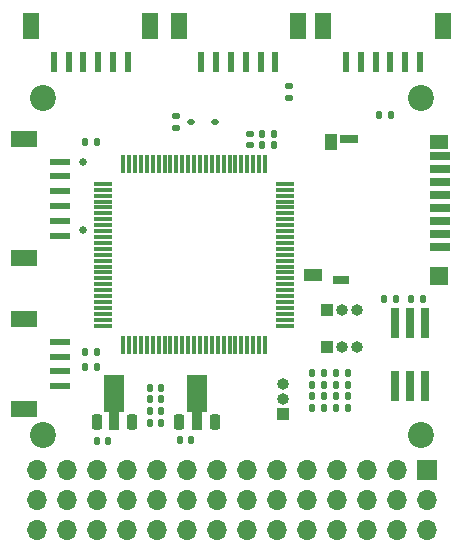
<source format=gbr>
%TF.GenerationSoftware,KiCad,Pcbnew,8.0.8-8.0.8-0~ubuntu24.04.1*%
%TF.CreationDate,2025-02-05T20:44:50+09:00*%
%TF.ProjectId,STM32-FC,53544d33-322d-4464-932e-6b696361645f,rev?*%
%TF.SameCoordinates,Original*%
%TF.FileFunction,Soldermask,Bot*%
%TF.FilePolarity,Negative*%
%FSLAX46Y46*%
G04 Gerber Fmt 4.6, Leading zero omitted, Abs format (unit mm)*
G04 Created by KiCad (PCBNEW 8.0.8-8.0.8-0~ubuntu24.04.1) date 2025-02-05 20:44:50*
%MOMM*%
%LPD*%
G01*
G04 APERTURE LIST*
G04 Aperture macros list*
%AMRoundRect*
0 Rectangle with rounded corners*
0 $1 Rounding radius*
0 $2 $3 $4 $5 $6 $7 $8 $9 X,Y pos of 4 corners*
0 Add a 4 corners polygon primitive as box body*
4,1,4,$2,$3,$4,$5,$6,$7,$8,$9,$2,$3,0*
0 Add four circle primitives for the rounded corners*
1,1,$1+$1,$2,$3*
1,1,$1+$1,$4,$5*
1,1,$1+$1,$6,$7*
1,1,$1+$1,$8,$9*
0 Add four rect primitives between the rounded corners*
20,1,$1+$1,$2,$3,$4,$5,0*
20,1,$1+$1,$4,$5,$6,$7,0*
20,1,$1+$1,$6,$7,$8,$9,0*
20,1,$1+$1,$8,$9,$2,$3,0*%
%AMFreePoly0*
4,1,9,3.862500,-0.866500,0.737500,-0.866500,0.737500,-0.450000,-0.737500,-0.450000,-0.737500,0.450000,0.737500,0.450000,0.737500,0.866500,3.862500,0.866500,3.862500,-0.866500,3.862500,-0.866500,$1*%
G04 Aperture macros list end*
%ADD10C,2.200000*%
%ADD11C,0.650000*%
%ADD12RoundRect,0.135000X-0.135000X-0.185000X0.135000X-0.185000X0.135000X0.185000X-0.135000X0.185000X0*%
%ADD13R,1.000000X1.000000*%
%ADD14O,1.000000X1.000000*%
%ADD15RoundRect,0.140000X-0.140000X-0.170000X0.140000X-0.170000X0.140000X0.170000X-0.140000X0.170000X0*%
%ADD16RoundRect,0.225000X0.225000X-0.425000X0.225000X0.425000X-0.225000X0.425000X-0.225000X-0.425000X0*%
%ADD17FreePoly0,90.000000*%
%ADD18R,1.700000X1.700000*%
%ADD19O,1.700000X1.700000*%
%ADD20RoundRect,0.147500X0.147500X0.172500X-0.147500X0.172500X-0.147500X-0.172500X0.147500X-0.172500X0*%
%ADD21RoundRect,0.135000X0.185000X-0.135000X0.185000X0.135000X-0.185000X0.135000X-0.185000X-0.135000X0*%
%ADD22RoundRect,0.140000X0.140000X0.170000X-0.140000X0.170000X-0.140000X-0.170000X0.140000X-0.170000X0*%
%ADD23R,1.400000X2.225000*%
%ADD24R,0.600000X1.800000*%
%ADD25R,1.750000X0.700000*%
%ADD26R,1.000000X1.450000*%
%ADD27R,1.550000X1.000000*%
%ADD28R,1.500000X0.800000*%
%ADD29R,1.500000X1.300000*%
%ADD30R,1.500000X1.500000*%
%ADD31R,1.400000X0.800000*%
%ADD32RoundRect,0.075000X0.725000X-0.075000X0.725000X0.075000X-0.725000X0.075000X-0.725000X-0.075000X0*%
%ADD33RoundRect,0.075000X0.075000X-0.725000X0.075000X0.725000X-0.075000X0.725000X-0.075000X-0.725000X0*%
%ADD34R,2.225000X1.400000*%
%ADD35R,1.800000X0.600000*%
%ADD36RoundRect,0.112500X0.187500X0.112500X-0.187500X0.112500X-0.187500X-0.112500X0.187500X-0.112500X0*%
%ADD37R,0.760000X2.650000*%
%ADD38RoundRect,0.135000X0.135000X0.185000X-0.135000X0.185000X-0.135000X-0.185000X0.135000X-0.185000X0*%
%ADD39RoundRect,0.140000X0.170000X-0.140000X0.170000X0.140000X-0.170000X0.140000X-0.170000X-0.140000X0*%
G04 APERTURE END LIST*
D10*
%TO.C,H1*%
X123000000Y-77500000D03*
%TD*%
%TO.C,H3*%
X123000000Y-106000000D03*
%TD*%
%TO.C,H4*%
X155000000Y-106000000D03*
%TD*%
%TO.C,H2*%
X155000000Y-77500000D03*
%TD*%
D11*
%TO.C,J2*%
X126355000Y-82860000D03*
X126355000Y-88640000D03*
%TD*%
D12*
%TO.C,R1*%
X151840000Y-94500000D03*
X152860000Y-94500000D03*
%TD*%
D13*
%TO.C,TP1*%
X147000000Y-95400000D03*
D14*
X148270000Y-95400000D03*
X149540000Y-95400000D03*
%TD*%
D15*
%TO.C,C14*%
X134520000Y-106400000D03*
X135480000Y-106400000D03*
%TD*%
D16*
%TO.C,U3*%
X130500000Y-104950000D03*
D17*
X129000000Y-104862500D03*
D16*
X127500000Y-104950000D03*
%TD*%
D18*
%TO.C,J6*%
X155510000Y-108960000D03*
D19*
X152970000Y-108960000D03*
X150430000Y-108960000D03*
X147890000Y-108960000D03*
X145350000Y-108960000D03*
X142810000Y-108960000D03*
X140270000Y-108960000D03*
X137730000Y-108960000D03*
X135190000Y-108960000D03*
X132650000Y-108960000D03*
X130110000Y-108960000D03*
X127570000Y-108960000D03*
X125030000Y-108960000D03*
X122490000Y-108960000D03*
X155510000Y-111500000D03*
X152970000Y-111500000D03*
X150430000Y-111500000D03*
X147890000Y-111500000D03*
X145350000Y-111500000D03*
X142810000Y-111500000D03*
X140270000Y-111500000D03*
X137730000Y-111500000D03*
X135190000Y-111500000D03*
X132650000Y-111500000D03*
X130110000Y-111500000D03*
X127570000Y-111500000D03*
X125030000Y-111500000D03*
X122490000Y-111500000D03*
X155510000Y-114040000D03*
X152970000Y-114040000D03*
X150430000Y-114040000D03*
X147890000Y-114040000D03*
X145350000Y-114040000D03*
X142810000Y-114040000D03*
X140270000Y-114040000D03*
X137730000Y-114040000D03*
X135190000Y-114040000D03*
X132650000Y-114040000D03*
X130110000Y-114040000D03*
X127570000Y-114040000D03*
X125030000Y-114040000D03*
X122490000Y-114040000D03*
%TD*%
D20*
%TO.C,D4*%
X146735000Y-101750000D03*
X145765000Y-101750000D03*
%TD*%
D21*
%TO.C,R30*%
X143750000Y-77510000D03*
X143750000Y-76490000D03*
%TD*%
D20*
%TO.C,D5*%
X146735000Y-102750000D03*
X145765000Y-102750000D03*
%TD*%
D16*
%TO.C,U4*%
X137500000Y-104950000D03*
D17*
X136000000Y-104862500D03*
D16*
X134500000Y-104950000D03*
%TD*%
D13*
%TO.C,TP2*%
X143250000Y-104270000D03*
D14*
X143250000Y-103000000D03*
X143250000Y-101730000D03*
%TD*%
D22*
%TO.C,C12*%
X142480000Y-80520000D03*
X141520000Y-80520000D03*
%TD*%
D23*
%TO.C,J11*%
X156800000Y-71362500D03*
X146700000Y-71362500D03*
D24*
X154875000Y-74425000D03*
X153625000Y-74425000D03*
X152375000Y-74425000D03*
X151125000Y-74425000D03*
X149875000Y-74425000D03*
X148625000Y-74425000D03*
%TD*%
D12*
%TO.C,R7*%
X147740000Y-101750000D03*
X148760000Y-101750000D03*
%TD*%
D15*
%TO.C,C5*%
X126540000Y-81250000D03*
X127500000Y-81250000D03*
%TD*%
D21*
%TO.C,R5*%
X134250000Y-80010000D03*
X134250000Y-78990000D03*
%TD*%
D15*
%TO.C,C17*%
X132020000Y-105000000D03*
X132980000Y-105000000D03*
%TD*%
D25*
%TO.C,J4*%
X156600000Y-90075000D03*
X156600000Y-88975000D03*
X156600000Y-87875000D03*
X156600000Y-86775000D03*
X156600000Y-85675000D03*
X156600000Y-84575000D03*
X156600000Y-83475000D03*
X156600000Y-82375000D03*
D26*
X147375000Y-81250000D03*
D27*
X145800000Y-92475000D03*
D28*
X148875000Y-80925000D03*
D29*
X156475000Y-81175000D03*
D30*
X156475000Y-92525000D03*
D31*
X148225000Y-92875000D03*
%TD*%
D12*
%TO.C,R4*%
X147740000Y-103750000D03*
X148760000Y-103750000D03*
%TD*%
D20*
%TO.C,D2*%
X146735000Y-100750000D03*
X145765000Y-100750000D03*
%TD*%
D15*
%TO.C,C13*%
X127520000Y-106500000D03*
X128480000Y-106500000D03*
%TD*%
D12*
%TO.C,R6*%
X147740000Y-100750000D03*
X148760000Y-100750000D03*
%TD*%
D32*
%TO.C,U1*%
X143425000Y-96750000D03*
X143425000Y-96250000D03*
X143425000Y-95750000D03*
X143425000Y-95250000D03*
X143425000Y-94750000D03*
X143425000Y-94250000D03*
X143425000Y-93750000D03*
X143425000Y-93250000D03*
X143425000Y-92750000D03*
X143425000Y-92250000D03*
X143425000Y-91750000D03*
X143425000Y-91250000D03*
X143425000Y-90750000D03*
X143425000Y-90250000D03*
X143425000Y-89750000D03*
X143425000Y-89250000D03*
X143425000Y-88750000D03*
X143425000Y-88250000D03*
X143425000Y-87750000D03*
X143425000Y-87250000D03*
X143425000Y-86750000D03*
X143425000Y-86250000D03*
X143425000Y-85750000D03*
X143425000Y-85250000D03*
X143425000Y-84750000D03*
D33*
X141750000Y-83075000D03*
X141250000Y-83075000D03*
X140750000Y-83075000D03*
X140250000Y-83075000D03*
X139750000Y-83075000D03*
X139250000Y-83075000D03*
X138750000Y-83075000D03*
X138250000Y-83075000D03*
X137750000Y-83075000D03*
X137250000Y-83075000D03*
X136750000Y-83075000D03*
X136250000Y-83075000D03*
X135750000Y-83075000D03*
X135250000Y-83075000D03*
X134750000Y-83075000D03*
X134250000Y-83075000D03*
X133750000Y-83075000D03*
X133250000Y-83075000D03*
X132750000Y-83075000D03*
X132250000Y-83075000D03*
X131750000Y-83075000D03*
X131250000Y-83075000D03*
X130750000Y-83075000D03*
X130250000Y-83075000D03*
X129750000Y-83075000D03*
D32*
X128075000Y-84750000D03*
X128075000Y-85250000D03*
X128075000Y-85750000D03*
X128075000Y-86250000D03*
X128075000Y-86750000D03*
X128075000Y-87250000D03*
X128075000Y-87750000D03*
X128075000Y-88250000D03*
X128075000Y-88750000D03*
X128075000Y-89250000D03*
X128075000Y-89750000D03*
X128075000Y-90250000D03*
X128075000Y-90750000D03*
X128075000Y-91250000D03*
X128075000Y-91750000D03*
X128075000Y-92250000D03*
X128075000Y-92750000D03*
X128075000Y-93250000D03*
X128075000Y-93750000D03*
X128075000Y-94250000D03*
X128075000Y-94750000D03*
X128075000Y-95250000D03*
X128075000Y-95750000D03*
X128075000Y-96250000D03*
X128075000Y-96750000D03*
D33*
X129750000Y-98425000D03*
X130250000Y-98425000D03*
X130750000Y-98425000D03*
X131250000Y-98425000D03*
X131750000Y-98425000D03*
X132250000Y-98425000D03*
X132750000Y-98425000D03*
X133250000Y-98425000D03*
X133750000Y-98425000D03*
X134250000Y-98425000D03*
X134750000Y-98425000D03*
X135250000Y-98425000D03*
X135750000Y-98425000D03*
X136250000Y-98425000D03*
X136750000Y-98425000D03*
X137250000Y-98425000D03*
X137750000Y-98425000D03*
X138250000Y-98425000D03*
X138750000Y-98425000D03*
X139250000Y-98425000D03*
X139750000Y-98425000D03*
X140250000Y-98425000D03*
X140750000Y-98425000D03*
X141250000Y-98425000D03*
X141750000Y-98425000D03*
%TD*%
D15*
%TO.C,C16*%
X132020000Y-103000000D03*
X132980000Y-103000000D03*
%TD*%
D23*
%TO.C,J12*%
X144550000Y-71362500D03*
X134450000Y-71362500D03*
D24*
X142625000Y-74425000D03*
X141375000Y-74425000D03*
X140125000Y-74425000D03*
X138875000Y-74425000D03*
X137625000Y-74425000D03*
X136375000Y-74425000D03*
%TD*%
D12*
%TO.C,R29*%
X152410000Y-78900000D03*
X151390000Y-78900000D03*
%TD*%
%TO.C,R8*%
X147740000Y-102750000D03*
X148760000Y-102750000D03*
%TD*%
D15*
%TO.C,C15*%
X132020000Y-104000000D03*
X132980000Y-104000000D03*
%TD*%
D34*
%TO.C,J13*%
X121362500Y-96200000D03*
X121362500Y-103800000D03*
D35*
X124425000Y-98125000D03*
X124425000Y-99375000D03*
X124425000Y-100625000D03*
X124425000Y-101875000D03*
%TD*%
D20*
%TO.C,D1*%
X146735000Y-103750000D03*
X145765000Y-103750000D03*
%TD*%
D36*
%TO.C,D3*%
X137550000Y-79500000D03*
X135450000Y-79500000D03*
%TD*%
D13*
%TO.C,TP3*%
X147000000Y-98600000D03*
D14*
X148270000Y-98600000D03*
X149540000Y-98600000D03*
%TD*%
D37*
%TO.C,SW2*%
X155270000Y-101825000D03*
X154000000Y-101825000D03*
X152730000Y-101825000D03*
X152730000Y-96575000D03*
X154000000Y-96575000D03*
X155270000Y-96575000D03*
%TD*%
D38*
%TO.C,R32*%
X127510000Y-99000000D03*
X126490000Y-99000000D03*
%TD*%
D39*
%TO.C,C6*%
X140500000Y-81480000D03*
X140500000Y-80520000D03*
%TD*%
D23*
%TO.C,J3*%
X132050000Y-71362500D03*
X121950000Y-71362500D03*
D24*
X130125000Y-74425000D03*
X128875000Y-74425000D03*
X127625000Y-74425000D03*
X126375000Y-74425000D03*
X125125000Y-74425000D03*
X123875000Y-74425000D03*
%TD*%
D34*
%TO.C,J1*%
X121362500Y-80950000D03*
X121362500Y-91050000D03*
D35*
X124425000Y-82875000D03*
X124425000Y-84125000D03*
X124425000Y-85375000D03*
X124425000Y-86625000D03*
X124425000Y-87875000D03*
X124425000Y-89125000D03*
%TD*%
D38*
%TO.C,R31*%
X127510000Y-100250000D03*
X126490000Y-100250000D03*
%TD*%
D15*
%TO.C,C18*%
X132020000Y-102000000D03*
X132980000Y-102000000D03*
%TD*%
D38*
%TO.C,R2*%
X155110000Y-94500000D03*
X154090000Y-94500000D03*
%TD*%
D22*
%TO.C,C11*%
X142480000Y-81500000D03*
X141520000Y-81500000D03*
%TD*%
M02*

</source>
